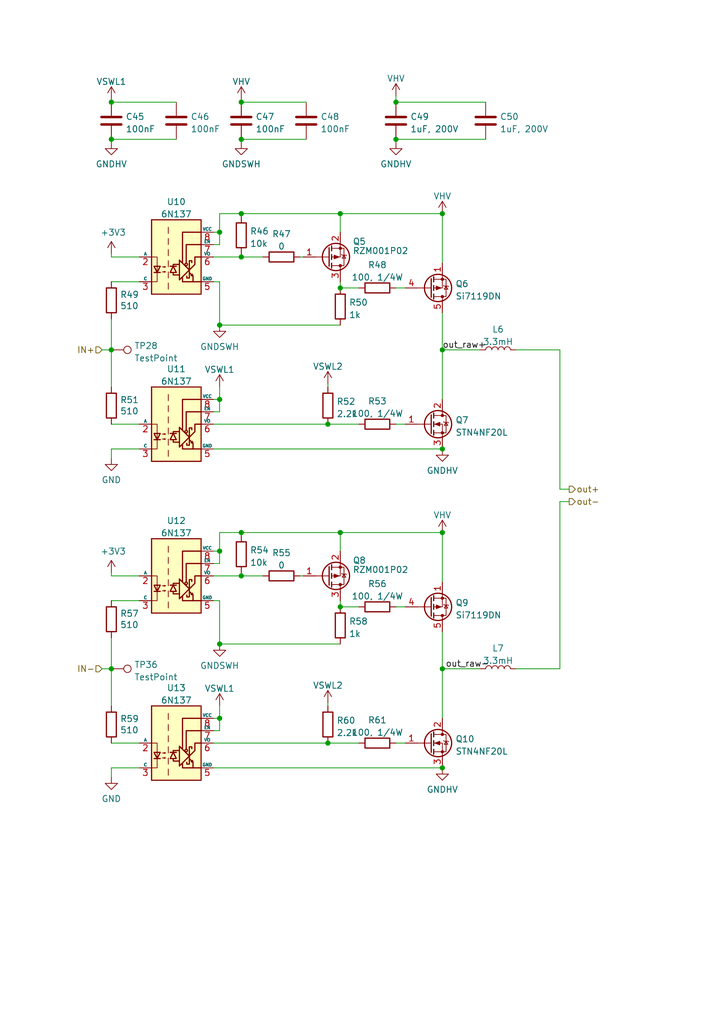
<source format=kicad_sch>
(kicad_sch (version 20230121) (generator eeschema)
  (paper "A5" portrait)
  (title_block (title "EL Controller - Output Channel") (date "2022-04-03") (company "Light By Christian Baldus"))
  (lib_symbols
    (symbol "Connector:TestPoint" (pin_numbers hide) (pin_names (offset 0.762) hide)
      (property "Reference" "TP" (at 0 6.858 0))
      (property "Value" "TestPoint" (at 0 5.08 0))
      (symbol "TestPoint_0_1"
        (circle (center 0 3.302) (radius 0.762))
      )
      (symbol "TestPoint_1_1"
        (pin passive line (at 0 0 90) (length 2.54) (name "1") (number "1"))
      )
    )
    (symbol "Device:C" (pin_numbers hide) (pin_names (offset 0.254))
      (property "Reference" "C" (at 0.635 2.54 0))
      (property "Value" "C" (at 0.635 -2.54 0))
      (symbol "C_0_1"
        (polyline (pts (xy -2.032 -0.762) (xy 2.032 -0.762)) (stroke (width 0.508)))
        (polyline (pts (xy -2.032 0.762) (xy 2.032 0.762)) (stroke (width 0.508)))
      )
      (symbol "C_1_1"
        (pin passive line (at 0 3.81 270) (length 2.794) (name "~") (number "1"))
        (pin passive line (at 0 -3.81 90) (length 2.794) (name "~") (number "2"))
      )
    )
    (symbol "Device:L" (pin_numbers hide) (pin_names (offset 1.016) hide)
      (property "Reference" "L" (at -1.27 0 90))
      (property "Value" "L" (at 1.905 0 90))
      (symbol "L_0_1"
        (arc (start 0 -2.54) (mid 0.6323 -1.905) (end 0 -1.27))
        (arc (start 0 -1.27) (mid 0.6323 -0.635) (end 0 0))
        (arc (start 0 0) (mid 0.6323 0.635) (end 0 1.27))
        (arc (start 0 1.27) (mid 0.6323 1.905) (end 0 2.54))
      )
      (symbol "L_1_1"
        (pin passive line (at 0 3.81 270) (length 1.27) (name "1") (number "1"))
        (pin passive line (at 0 -3.81 90) (length 1.27) (name "2") (number "2"))
      )
    )
    (symbol "Device:Q_PMOS_GSD" (pin_names (offset 0) hide)
      (property "Reference" "Q" (at 5.08 1.27 0))
      (property "Value" "Q_PMOS_GSD" (at 5.08 -1.27 0))
      (symbol "Q_PMOS_GSD_0_1"
        (polyline (pts (xy 0.254 0) (xy -2.54 0)))
        (polyline (pts (xy 0.254 1.905) (xy 0.254 -1.905)) (stroke (width 0.254)))
        (polyline (pts (xy 0.762 -1.27) (xy 0.762 -2.286)) (stroke (width 0.254)))
        (polyline (pts (xy 0.762 0.508) (xy 0.762 -0.508)) (stroke (width 0.254)))
        (polyline (pts (xy 0.762 2.286) (xy 0.762 1.27)) (stroke (width 0.254)))
        (polyline (pts (xy 2.54 2.54) (xy 2.54 1.778)))
        (polyline (pts (xy 2.54 -2.54) (xy 2.54 0) (xy 0.762 0)))
        (polyline (pts (xy 0.762 1.778) (xy 3.302 1.778) (xy 3.302 -1.778) (xy 0.762 -1.778)))
        (polyline (pts (xy 2.286 0) (xy 1.27 0.381) (xy 1.27 -0.381) (xy 2.286 0)) (fill (type outline)))
        (polyline (pts (xy 2.794 -0.508) (xy 2.921 -0.381) (xy 3.683 -0.381) (xy 3.81 -0.254)))
        (polyline (pts (xy 3.302 -0.381) (xy 2.921 0.254) (xy 3.683 0.254) (xy 3.302 -0.381)))
        (circle (center 1.651 0) (radius 2.794) (stroke (width 0.254)))
        (circle (center 2.54 -1.778) (radius 0.254) (fill (type outline)))
        (circle (center 2.54 1.778) (radius 0.254) (fill (type outline)))
      )
      (symbol "Q_PMOS_GSD_1_1"
        (pin input line (at -5.08 0 0) (length 2.54) (name "G") (number "1"))
        (pin passive line (at 2.54 -5.08 90) (length 2.54) (name "S") (number "2"))
        (pin passive line (at 2.54 5.08 270) (length 2.54) (name "D") (number "3"))
      )
    )
    (symbol "Device:R" (pin_numbers hide) (pin_names (offset 0))
      (property "Reference" "R" (at 2.032 0 90))
      (property "Value" "R" (at 0 0 90))
      (symbol "R_0_1"
        (rectangle (start -1.016 -2.54) (end 1.016 2.54) (stroke (width 0.254)))
      )
      (symbol "R_1_1"
        (pin passive line (at 0 3.81 270) (length 1.27) (name "~") (number "1"))
        (pin passive line (at 0 -3.81 90) (length 1.27) (name "~") (number "2"))
      )
    )
    (symbol "Isolator:6N137" (pin_names (offset 0))
      (property "Reference" "U" (at -4.064 8.89 0))
      (property "Value" "6N137" (at 0 -8.89 0))
      (symbol "6N137_0_1"
        (polyline (pts (xy 2.667 -3.556) (xy 2.667 -1.651)) (stroke (width 0.254)))
        (polyline (pts (xy 2.667 -2.159) (xy 2.667 -2.921)) (stroke (width 0.254)))
        (polyline (pts (xy 3.429 -3.937) (xy 3.429 -5.08)) (stroke (width 0.254)))
        (polyline (pts (xy -0.635 -3.302) (xy -0.635 -3.683) (xy 0.635 -3.683)) (stroke (width 0.254)))
        (polyline (pts (xy -0.635 -1.905) (xy -0.635 -1.524) (xy 0.508 -1.524)) (stroke (width 0.254)))
        (polyline (pts (xy 1.27 -4.064) (xy 1.27 -5.08) (xy 5.08 -5.08)) (stroke (width 0.254)))
        (polyline (pts (xy 1.27 -1.27) (xy 1.27 5.08) (xy 5.08 5.08)) (stroke (width 0.254)))
        (polyline (pts (xy 2.032 -1.27) (xy 2.032 2.54) (xy 5.08 2.54)) (stroke (width 0.254)))
        (polyline (pts (xy -5.08 -5.08) (xy -3.937 -5.08) (xy -3.937 0) (xy -5.08 0)))
        (polyline (pts (xy 2.667 -3.302) (xy 2.667 -4.318) (xy 2.159 -4.318) (xy 2.159 -3.937)) (stroke (width 0.254)))
        (polyline (pts (xy 2.667 -2.667) (xy 0.635 -4.699) (xy 0.635 -0.635) (xy 2.667 -2.667)) (stroke (width 0.254)))
        (polyline (pts (xy 2.667 -1.778) (xy 2.667 -0.762) (xy 3.175 -0.762) (xy 3.175 -1.143)) (stroke (width 0.254)))
        (polyline (pts (xy 2.794 -2.54) (xy 3.81 -1.524) (xy 3.81 0) (xy 5.08 0)) (stroke (width 0.254)))
        (polyline (pts (xy 2.667 -3.175) (xy 3.429 -3.937) (xy 3.302 -3.556) (xy 3.048 -3.81) (xy 3.429 -3.937)) (stroke (width 0.254)))
        (circle (center 2.032 -1.524) (radius 0.254) (stroke (width 0.254)))
      )
      (symbol "6N137_1_1"
        (rectangle (start -5.08 7.62) (end 5.08 -7.62) (stroke (width 0.254)) (fill (type background)))
        (polyline (pts (xy -4.572 -3.175) (xy -3.302 -3.175)) (stroke (width 0.254)))
        (polyline (pts (xy -1.651 -5.334) (xy -1.651 -6.604)))
        (polyline (pts (xy -1.651 -3.048) (xy -1.651 -4.318)))
        (polyline (pts (xy -1.651 -0.762) (xy -1.651 -2.032)))
        (polyline (pts (xy -1.651 1.524) (xy -1.651 0.254)))
        (polyline (pts (xy -1.651 3.81) (xy -1.651 2.54)))
        (polyline (pts (xy -1.651 6.096) (xy -1.651 4.826)))
        (polyline (pts (xy -1.27 -1.905) (xy 0 -1.905)) (stroke (width 0.254)))
        (polyline (pts (xy -3.937 -3.175) (xy -4.572 -1.905) (xy -3.302 -1.905) (xy -3.937 -3.175)) (stroke (width 0.254)))
        (polyline (pts (xy -0.635 -1.905) (xy -1.27 -3.175) (xy 0 -3.175) (xy -0.635 -1.905)) (stroke (width 0.254)))
        (polyline (pts (xy -2.921 -3.048) (xy -2.159 -3.048) (xy -2.54 -3.175) (xy -2.54 -2.921) (xy -2.159 -3.048)) (stroke (width 0.127)))
        (polyline (pts (xy -2.921 -2.032) (xy -2.159 -2.032) (xy -2.54 -2.159) (xy -2.54 -1.905) (xy -2.159 -2.032)) (stroke (width 0.127)))
        (pin no_connect line (at -5.08 5.08 0) (length 2.54) hide (name "NC") (number "1"))
        (pin passive line (at -7.62 0 0) (length 2.54) (name "A") (number "2"))
        (pin passive line (at -7.62 -5.08 0) (length 2.54) (name "C") (number "3"))
        (pin power_in line (at 7.62 -5.08 180) (length 2.54) (name "GND") (number "5"))
        (pin open_collector line (at 7.62 0 180) (length 2.54) (name "VO") (number "6"))
        (pin input line (at 7.62 2.54 180) (length 2.54) (name "EN") (number "7"))
        (pin power_in line (at 7.62 5.08 180) (length 2.54) (name "VCC") (number "8"))
      )
    )
    (symbol "el_components:GNDHV" (power) (pin_names (offset 0))
      (property "Value" "GNDHV" (at 0 -3.81 0))
      (symbol "GNDHV_0_1"
        (polyline (pts (xy 0 0) (xy 0 -1.27) (xy 1.27 -1.27) (xy 0 -2.54) (xy -1.27 -1.27) (xy 0 -1.27)))
      )
      (symbol "GNDHV_1_1"
        (pin power_in line (at 0 0 270) (length 0) hide (name "GNDHV") (number "1"))
      )
    )
    (symbol "el_components:GNDSWH" (power) (pin_names (offset 0))
      (property "Value" "GNDSWH" (at 0 -3.81 0))
      (symbol "GNDSWH_0_1"
        (polyline (pts (xy 0 0) (xy 0 -1.27) (xy 1.27 -1.27) (xy 0 -2.54) (xy -1.27 -1.27) (xy 0 -1.27)))
      )
      (symbol "GNDSWH_1_1"
        (pin power_in line (at 0 0 270) (length 0) hide (name "GNDSWH") (number "1"))
      )
    )
    (symbol "el_components:STN4NF20L" (pin_names (offset 0) hide)
      (property "Reference" "Q" (at 5.08 1.27 0))
      (property "Value" "STN4NF20L" (at 5.08 -1.27 0))
      (symbol "STN4NF20L_0_1"
        (polyline (pts (xy 0.254 0) (xy -2.54 0)))
        (polyline (pts (xy 0.254 1.905) (xy 0.254 -1.905)) (stroke (width 0.254)))
        (polyline (pts (xy 0.762 -1.27) (xy 0.762 -2.286)) (stroke (width 0.254)))
        (polyline (pts (xy 0.762 0.508) (xy 0.762 -0.508)) (stroke (width 0.254)))
        (polyline (pts (xy 0.762 2.286) (xy 0.762 1.27)) (stroke (width 0.254)))
        (polyline (pts (xy 2.54 2.54) (xy 2.54 1.778)))
        (polyline (pts (xy 2.54 -2.54) (xy 2.54 0) (xy 0.762 0)))
        (polyline (pts (xy 0.762 -1.778) (xy 3.302 -1.778) (xy 3.302 1.778) (xy 0.762 1.778)))
        (polyline (pts (xy 1.016 0) (xy 2.032 0.381) (xy 2.032 -0.381) (xy 1.016 0)) (fill (type outline)))
        (polyline (pts (xy 2.794 0.508) (xy 2.921 0.381) (xy 3.683 0.381) (xy 3.81 0.254)))
        (polyline (pts (xy 3.302 0.381) (xy 2.921 -0.254) (xy 3.683 -0.254) (xy 3.302 0.381)))
        (circle (center 1.651 0) (radius 2.794) (stroke (width 0.254)))
        (circle (center 2.54 -1.778) (radius 0.254) (fill (type outline)))
        (circle (center 2.54 1.778) (radius 0.254) (fill (type outline)))
      )
      (symbol "STN4NF20L_1_1"
        (pin input line (at -5.08 0 0) (length 2.54) (name "G") (number "1"))
        (pin passive line (at 2.54 5.08 270) (length 2.54) (name "D") (number "2"))
        (pin passive line (at 2.54 -5.08 90) (length 2.54) (name "S") (number "3"))
      )
    )
    (symbol "el_components:Si7119DN" (pin_names (offset 0) hide)
      (property "Reference" "Q" (at 5.08 1.27 0))
      (symbol "Si7119DN_0_0"
        (pin input line (at -5.08 0 0) (length 2.54) (name "G") (number "4"))
        (pin passive line (at 2.54 5.08 270) (length 2.54) (name "D") (number "5"))
      )
      (symbol "Si7119DN_0_1"
        (polyline (pts (xy 0.254 0) (xy -2.54 0)))
        (polyline (pts (xy 0.254 1.905) (xy 0.254 -1.905)) (stroke (width 0.254)))
        (polyline (pts (xy 0.762 -1.27) (xy 0.762 -2.286)) (stroke (width 0.254)))
        (polyline (pts (xy 0.762 0.508) (xy 0.762 -0.508)) (stroke (width 0.254)))
        (polyline (pts (xy 0.762 2.286) (xy 0.762 1.27)) (stroke (width 0.254)))
        (polyline (pts (xy 2.54 2.54) (xy 2.54 1.778)))
        (polyline (pts (xy 2.54 -2.54) (xy 2.54 0) (xy 0.762 0)))
        (polyline (pts (xy 0.762 1.778) (xy 3.302 1.778) (xy 3.302 -1.778) (xy 0.762 -1.778)))
        (polyline (pts (xy 2.286 0) (xy 1.27 0.381) (xy 1.27 -0.381) (xy 2.286 0)) (fill (type outline)))
        (polyline (pts (xy 2.794 -0.508) (xy 2.921 -0.381) (xy 3.683 -0.381) (xy 3.81 -0.254)))
        (polyline (pts (xy 3.302 -0.381) (xy 2.921 0.254) (xy 3.683 0.254) (xy 3.302 -0.381)))
        (circle (center 1.651 0) (radius 2.794) (stroke (width 0.254)))
        (circle (center 2.54 -1.778) (radius 0.254) (fill (type outline)))
        (circle (center 2.54 1.778) (radius 0.254) (fill (type outline)))
      )
      (symbol "Si7119DN_1_1"
        (pin passive line (at 2.54 -5.08 90) (length 2.54) (name "S") (number "1"))
        (pin passive line (at 2.54 -5.08 90) (length 2.54) hide (name "S") (number "2"))
        (pin passive line (at 2.54 -5.08 90) (length 2.54) hide (name "S") (number "3"))
      )
    )
    (symbol "el_components:VHV" (power) (pin_names (offset 0))
      (property "Value" "VHV" (at 0 3.81 0))
      (symbol "VHV_0_1"
        (polyline (pts (xy -0.762 1.27) (xy 0 2.54)))
        (polyline (pts (xy 0 0) (xy 0 2.54)))
        (polyline (pts (xy 0 2.54) (xy 0.762 1.27)))
      )
      (symbol "VHV_1_1"
        (pin power_in line (at 0 0 90) (length 0) hide (name "VHV") (number "1"))
      )
    )
    (symbol "el_components:VSWL1" (power) (pin_names (offset 0))
      (property "Value" "VSWL1" (at 0 3.81 0))
      (symbol "VSWL1_0_1"
        (polyline (pts (xy -0.762 1.27) (xy 0 2.54)))
        (polyline (pts (xy 0 0) (xy 0 2.54)))
        (polyline (pts (xy 0 2.54) (xy 0.762 1.27)))
      )
      (symbol "VSWL1_1_1"
        (pin power_in line (at 0 0 90) (length 0) hide (name "VSWL1") (number "1"))
      )
    )
    (symbol "el_components:VSWL2" (power) (pin_names (offset 0))
      (property "Value" "VSWL2" (at 0 3.81 0))
      (symbol "VSWL2_0_1"
        (polyline (pts (xy -0.762 1.27) (xy 0 2.54)))
        (polyline (pts (xy 0 0) (xy 0 2.54)))
        (polyline (pts (xy 0 2.54) (xy 0.762 1.27)))
      )
      (symbol "VSWL2_1_1"
        (pin power_in line (at 0 0 90) (length 0) hide (name "VSWL2") (number "1"))
      )
    )
    (symbol "power:+3V3" (power) (pin_names (offset 0))
      (property "Value" "+3V3" (at 0 3.556 0))
      (symbol "+3V3_0_1"
        (polyline (pts (xy -0.762 1.27) (xy 0 2.54)))
        (polyline (pts (xy 0 0) (xy 0 2.54)))
        (polyline (pts (xy 0 2.54) (xy 0.762 1.27)))
      )
      (symbol "+3V3_1_1"
        (pin power_in line (at 0 0 90) (length 0) hide (name "+3V3") (number "1"))
      )
    )
    (symbol "power:GND" (power) (pin_names (offset 0))
      (property "Value" "GND" (at 0 -3.81 0))
      (symbol "GND_0_1"
        (polyline (pts (xy 0 0) (xy 0 -1.27) (xy 1.27 -1.27) (xy 0 -2.54) (xy -1.27 -1.27) (xy 0 -1.27)))
      )
      (symbol "GND_1_1"
        (pin power_in line (at 0 0 270) (length 0) hide (name "GND") (number "1"))
      )
    )
  )
  (junction (at 22.86 28.575))
  (junction (at 22.86 20.955))
  (junction (at 49.53 118.11))
  (junction (at 49.53 43.815))
  (junction (at 49.53 20.955))
  (junction (at 69.85 59.055))
  (junction (at 90.805 109.22))
  (junction (at 22.86 137.16))
  (junction (at 49.53 28.575))
  (junction (at 67.31 152.4))
  (junction (at 22.86 71.755))
  (junction (at 45.085 113.03))
  (junction (at 90.805 43.815))
  (junction (at 45.085 132.08))
  (junction (at 49.53 109.22))
  (junction (at 81.28 28.575))
  (junction (at 45.085 147.32))
  (junction (at 69.85 43.815))
  (junction (at 69.85 109.22))
  (junction (at 45.085 81.915))
  (junction (at 69.85 124.46))
  (junction (at 90.805 71.755))
  (junction (at 45.085 47.625))
  (junction (at 81.28 20.955))
  (junction (at 90.805 92.075))
  (junction (at 49.53 52.705))
  (junction (at 45.085 66.675))
  (junction (at 90.805 157.48))
  (junction (at 90.805 137.16))
  (junction (at 67.31 86.995))
  (wire (pts (xy 49.53 43.815) (xy 49.53 44.45)))
  (wire (pts (xy 67.31 144.145) (xy 67.31 144.78)))
  (wire (pts (xy 43.815 115.57) (xy 45.085 115.57)))
  (wire (pts (xy 81.28 152.4) (xy 83.185 152.4)))
  (wire (pts (xy 69.85 123.19) (xy 69.85 124.46)))
  (wire (pts (xy 22.86 52.705) (xy 28.575 52.705)))
  (wire (pts (xy 114.935 102.87) (xy 114.935 137.16)))
  (wire (pts (xy 90.805 137.16) (xy 90.805 147.32)))
  (wire (pts (xy 20.955 137.16) (xy 22.86 137.16)))
  (wire (pts (xy 49.53 28.575) (xy 49.53 29.21)))
  (wire (pts (xy 43.815 57.785) (xy 45.085 57.785)))
  (wire (pts (xy 22.86 57.785) (xy 28.575 57.785)))
  (wire (pts (xy 49.53 109.22) (xy 69.85 109.22)))
  (wire (pts (xy 45.085 149.86) (xy 45.085 147.32)))
  (wire (pts (xy 49.53 109.22) (xy 49.53 109.855)))
  (wire (pts (xy 67.31 152.4) (xy 73.66 152.4)))
  (wire (pts (xy 43.815 47.625) (xy 45.085 47.625)))
  (wire (pts (xy 22.86 28.575) (xy 22.86 29.21)))
  (wire (pts (xy 22.86 65.405) (xy 22.86 71.755)))
  (wire (pts (xy 45.085 79.375) (xy 45.085 81.915)))
  (wire (pts (xy 106.045 137.16) (xy 114.935 137.16)))
  (wire (pts (xy 22.86 20.955) (xy 22.86 20.32)))
  (wire (pts (xy 22.86 86.995) (xy 28.575 86.995)))
  (wire (pts (xy 22.86 117.475) (xy 22.86 118.11)))
  (wire (pts (xy 22.86 92.075) (xy 22.86 93.98)))
  (wire (pts (xy 36.195 28.575) (xy 22.86 28.575)))
  (wire (pts (xy 114.935 102.87) (xy 116.84 102.87)))
  (wire (pts (xy 28.575 157.48) (xy 22.86 157.48)))
  (wire (pts (xy 81.28 28.575) (xy 81.28 29.21)))
  (wire (pts (xy 43.815 50.165) (xy 45.085 50.165)))
  (wire (pts (xy 43.815 147.32) (xy 45.085 147.32)))
  (wire (pts (xy 45.085 109.22) (xy 49.53 109.22)))
  (wire (pts (xy 49.53 20.955) (xy 49.53 20.32)))
  (wire (pts (xy 45.085 144.78) (xy 45.085 147.32)))
  (wire (pts (xy 49.53 52.705) (xy 53.975 52.705)))
  (wire (pts (xy 45.085 109.22) (xy 45.085 113.03)))
  (wire (pts (xy 90.805 71.755) (xy 98.425 71.755)))
  (wire (pts (xy 45.085 47.625) (xy 45.085 50.165)))
  (wire (pts (xy 81.28 86.995) (xy 83.185 86.995)))
  (wire (pts (xy 81.28 59.055) (xy 83.185 59.055)))
  (wire (pts (xy 43.815 123.19) (xy 45.085 123.19)))
  (wire (pts (xy 73.66 59.055) (xy 69.85 59.055)))
  (wire (pts (xy 43.815 92.075) (xy 90.805 92.075)))
  (wire (pts (xy 61.595 52.705) (xy 62.23 52.705)))
  (wire (pts (xy 43.815 118.11) (xy 49.53 118.11)))
  (wire (pts (xy 61.595 118.11) (xy 62.23 118.11)))
  (wire (pts (xy 90.805 64.135) (xy 90.805 71.755)))
  (wire (pts (xy 81.28 19.685) (xy 81.28 20.955)))
  (wire (pts (xy 43.815 84.455) (xy 45.085 84.455)))
  (wire (pts (xy 43.815 113.03) (xy 45.085 113.03)))
  (wire (pts (xy 81.28 20.955) (xy 99.695 20.955)))
  (wire (pts (xy 45.085 113.03) (xy 45.085 115.57)))
  (wire (pts (xy 90.805 137.16) (xy 98.425 137.16)))
  (wire (pts (xy 69.85 43.815) (xy 69.85 47.625)))
  (wire (pts (xy 90.805 43.815) (xy 90.805 53.975)))
  (wire (pts (xy 90.805 71.755) (xy 90.805 81.915)))
  (wire (pts (xy 62.865 20.955) (xy 49.53 20.955)))
  (wire (pts (xy 22.86 152.4) (xy 28.575 152.4)))
  (wire (pts (xy 45.085 43.815) (xy 49.53 43.815)))
  (wire (pts (xy 90.805 43.815) (xy 69.85 43.815)))
  (wire (pts (xy 73.66 124.46) (xy 69.85 124.46)))
  (wire (pts (xy 90.805 129.54) (xy 90.805 137.16)))
  (wire (pts (xy 43.815 152.4) (xy 67.31 152.4)))
  (wire (pts (xy 81.28 28.575) (xy 99.695 28.575)))
  (wire (pts (xy 36.195 20.955) (xy 22.86 20.955)))
  (wire (pts (xy 22.86 71.755) (xy 22.86 79.375)))
  (wire (pts (xy 69.85 57.785) (xy 69.85 59.055)))
  (wire (pts (xy 22.86 137.16) (xy 22.86 144.78)))
  (wire (pts (xy 22.86 52.07) (xy 22.86 52.705)))
  (wire (pts (xy 49.53 117.475) (xy 49.53 118.11)))
  (wire (pts (xy 45.085 123.19) (xy 45.085 132.08)))
  (wire (pts (xy 49.53 118.11) (xy 53.975 118.11)))
  (wire (pts (xy 28.575 92.075) (xy 22.86 92.075)))
  (wire (pts (xy 49.53 52.07) (xy 49.53 52.705)))
  (wire (pts (xy 49.53 43.815) (xy 69.85 43.815)))
  (wire (pts (xy 20.955 71.755) (xy 22.86 71.755)))
  (wire (pts (xy 22.86 130.81) (xy 22.86 137.16)))
  (wire (pts (xy 22.86 123.19) (xy 28.575 123.19)))
  (wire (pts (xy 45.085 43.815) (xy 45.085 47.625)))
  (wire (pts (xy 90.805 109.22) (xy 90.805 119.38)))
  (wire (pts (xy 114.935 100.33) (xy 116.84 100.33)))
  (wire (pts (xy 62.865 28.575) (xy 49.53 28.575)))
  (wire (pts (xy 67.31 86.995) (xy 73.66 86.995)))
  (wire (pts (xy 22.86 118.11) (xy 28.575 118.11)))
  (wire (pts (xy 43.815 157.48) (xy 90.805 157.48)))
  (wire (pts (xy 43.815 149.86) (xy 45.085 149.86)))
  (wire (pts (xy 45.085 84.455) (xy 45.085 81.915)))
  (wire (pts (xy 106.045 71.755) (xy 114.935 71.755)))
  (wire (pts (xy 45.085 66.675) (xy 69.85 66.675)))
  (wire (pts (xy 90.805 109.22) (xy 69.85 109.22)))
  (wire (pts (xy 22.86 157.48) (xy 22.86 159.385)))
  (wire (pts (xy 81.28 124.46) (xy 83.185 124.46)))
  (wire (pts (xy 43.815 86.995) (xy 67.31 86.995)))
  (wire (pts (xy 45.085 132.08) (xy 69.85 132.08)))
  (wire (pts (xy 43.815 81.915) (xy 45.085 81.915)))
  (wire (pts (xy 45.085 57.785) (xy 45.085 66.675)))
  (wire (pts (xy 67.31 78.74) (xy 67.31 79.375)))
  (wire (pts (xy 43.815 52.705) (xy 49.53 52.705)))
  (wire (pts (xy 69.85 109.22) (xy 69.85 113.03)))
  (wire (pts (xy 114.935 100.33) (xy 114.935 71.755)))
  (label "out_raw-" (at 91.44 137.16 0))
  (label "out_raw+" (at 90.805 71.755 0))
  (hierarchical_label "IN-" (shape input) (at 20.955 137.16 180))
  (hierarchical_label "IN+" (shape input) (at 20.955 71.755 180))
  (hierarchical_label "out+" (shape output) (at 116.84 100.33 0))
  (hierarchical_label "out-" (shape output) (at 116.84 102.87 0))
  (symbol (lib_id "power:GND") (at 22.86 93.98 0) (unit 1)
    (property "Reference" "#PWR0105" (effects hide))
    (property "Value" "GND" (at 22.86 98.4234 0))
    (instances (project "ELController" (path "" (reference "#PWR0105") (unit 1)) (path "" (reference "#PWR0125") (unit 1)) (path "" (reference "#PWR0145") (unit 1)) (path "" (reference "#PWR0165") (unit 1)) (path "" (reference "#PWR0185") (unit 1)) (path "" (reference "#PWR0205") (unit 1)) (path "" (reference "#PWR0225") (unit 1)) (path "" (reference "#PWR0245") (unit 1))))
  )
  (symbol (lib_id "el_components:GNDHV") (at 22.86 29.21 0) (unit 1)
    (property "Reference" "#PWR096" (effects hide))
    (property "Value" "GNDHV" (at 22.86 33.6534 0))
    (instances (project "ELController" (path "" (reference "#PWR096") (unit 1)) (path "" (reference "#PWR0116") (unit 1)) (path "" (reference "#PWR0136") (unit 1)) (path "" (reference "#PWR0156") (unit 1)) (path "" (reference "#PWR0176") (unit 1)) (path "" (reference "#PWR0196") (unit 1)) (path "" (reference "#PWR0216") (unit 1)) (path "" (reference "#PWR0236") (unit 1))))
  )
  (symbol (lib_id "power:GND") (at 22.86 159.385 0) (unit 1)
    (property "Reference" "#PWR0112" (effects hide))
    (property "Value" "GND" (at 22.86 163.8284 0))
    (instances (project "ELController" (path "" (reference "#PWR0112") (unit 1)) (path "" (reference "#PWR0132") (unit 1)) (path "" (reference "#PWR0152") (unit 1)) (path "" (reference "#PWR0172") (unit 1)) (path "" (reference "#PWR0192") (unit 1)) (path "" (reference "#PWR0212") (unit 1)) (path "" (reference "#PWR0232") (unit 1)) (path "" (reference "#PWR0252") (unit 1))))
  )
  (symbol (lib_id "Device:R") (at 22.86 148.59 180) (unit 1)
    (property "Reference" "R59" (at 24.638 147.4216 0) (effects (justify right)))
    (property "Value" "510" (at 24.638 149.733 0) (effects (justify right)))
    (property "Footprint" "Resistor_SMD:R_0603_1608Metric" (effects hide))
    (instances (project "ELController" (path "" (reference "R59") (unit 1)) (path "" (reference "R75") (unit 1)) (path "" (reference "R91") (unit 1)) (path "" (reference "R107") (unit 1)) (path "" (reference "R123") (unit 1)) (path "" (reference "R139") (unit 1)) (path "" (reference "R155") (unit 1)) (path "" (reference "R171") (unit 1))))
  )
  (symbol (lib_id "el_components:GNDSWH") (at 45.085 132.08 0) (unit 1)
    (property "Reference" "#PWR0108" (effects hide))
    (property "Value" "GNDSWH" (at 45.085 136.5234 0))
    (instances (project "ELController" (path "" (reference "#PWR0108") (unit 1)) (path "" (reference "#PWR0128") (unit 1)) (path "" (reference "#PWR0148") (unit 1)) (path "" (reference "#PWR0168") (unit 1)) (path "" (reference "#PWR0188") (unit 1)) (path "" (reference "#PWR0208") (unit 1)) (path "" (reference "#PWR0228") (unit 1)) (path "" (reference "#PWR0248") (unit 1))))
  )
  (symbol (lib_id "el_components:VHV") (at 49.53 20.32 0) (unit 1)
    (property "Reference" "#PWR095" (effects hide))
    (property "Value" "VHV" (at 49.53 16.7442 0))
    (instances (project "ELController" (path "" (reference "#PWR095") (unit 1)) (path "" (reference "#PWR0115") (unit 1)) (path "" (reference "#PWR0135") (unit 1)) (path "" (reference "#PWR0155") (unit 1)) (path "" (reference "#PWR0175") (unit 1)) (path "" (reference "#PWR0195") (unit 1)) (path "" (reference "#PWR0215") (unit 1)) (path "" (reference "#PWR0235") (unit 1))))
  )
  (symbol (lib_id "Device:R") (at 69.85 62.865 0) (unit 1)
    (property "Reference" "R50" (at 71.628 62.0303 0) (effects (justify left)))
    (property "Value" "1k" (at 71.628 64.5672 0) (effects (justify left)))
    (property "Footprint" "Resistor_SMD:R_0603_1608Metric" (effects hide))
    (instances (project "ELController" (path "" (reference "R50") (unit 1)) (path "" (reference "R66") (unit 1)) (path "" (reference "R82") (unit 1)) (path "" (reference "R98") (unit 1)) (path "" (reference "R114") (unit 1)) (path "" (reference "R130") (unit 1)) (path "" (reference "R146") (unit 1)) (path "" (reference "R162") (unit 1))))
  )
  (symbol (lib_id "Device:C") (at 36.195 24.765 0) (unit 1)
    (property "Reference" "C46" (at 39.116 23.9303 0) (effects (justify left)))
    (property "Value" "100nF" (at 39.116 26.4672 0) (effects (justify left)))
    (property "Footprint" "Capacitor_SMD:C_0603_1608Metric" (effects hide))
    (instances (project "ELController" (path "" (reference "C46") (unit 1)) (path "" (reference "C52") (unit 1)) (path "" (reference "C58") (unit 1)) (path "" (reference "C64") (unit 1)) (path "" (reference "C70") (unit 1)) (path "" (reference "C76") (unit 1)) (path "" (reference "C82") (unit 1)) (path "" (reference "C88") (unit 1))))
  )
  (symbol (lib_id "Device:R") (at 77.47 152.4 90) (unit 1)
    (property "Reference" "R61" (at 77.47 147.6842 90))
    (property "Value" "100, 1/4W" (at 77.47 150.2211 90))
    (property "Footprint" "Resistor_SMD:R_0805_2012Metric" (effects hide))
    (instances (project "ELController" (path "" (reference "R61") (unit 1)) (path "" (reference "R77") (unit 1)) (path "" (reference "R93") (unit 1)) (path "" (reference "R109") (unit 1)) (path "" (reference "R125") (unit 1)) (path "" (reference "R141") (unit 1)) (path "" (reference "R157") (unit 1)) (path "" (reference "R173") (unit 1))))
  )
  (symbol (lib_id "Device:Q_PMOS_GSD") (at 67.31 52.705 0) (mirror x) (unit 1)
    (property "Reference" "Q5" (at 72.39 49.53 0) (effects (justify left)))
    (property "Value" "RZM001P02" (at 72.39 51.435 0) (effects (justify left)))
    (property "Footprint" "EL-footprints:SOT-723_Rohm" (effects hide))
    (instances (project "ELController" (path "" (reference "Q5") (unit 1)) (path "" (reference "Q11") (unit 1)) (path "" (reference "Q17") (unit 1)) (path "" (reference "Q23") (unit 1)) (path "" (reference "Q29") (unit 1)) (path "" (reference "Q35") (unit 1)) (path "" (reference "Q41") (unit 1)) (path "" (reference "Q47") (unit 1))))
  )
  (symbol (lib_id "Device:L") (at 102.235 71.755 90) (unit 1)
    (property "Reference" "L6" (at 102.235 67.5472 90))
    (property "Value" "3.3mH" (at 102.235 70.0841 90))
    (property "Footprint" "EL-footprints:L_Radial_D13.5mm_P5.00mm" (effects hide))
    (instances (project "ELController" (path "" (reference "L6") (unit 1)) (path "" (reference "L8") (unit 1)) (path "" (reference "L10") (unit 1)) (path "" (reference "L12") (unit 1)) (path "" (reference "L14") (unit 1)) (path "" (reference "L16") (unit 1)) (path "" (reference "L18") (unit 1)) (path "" (reference "L20") (unit 1))))
  )
  (symbol (lib_id "power:+3V3") (at 22.86 52.07 0) (unit 1)
    (property "Reference" "#PWR0100" (effects hide))
    (property "Value" "+3V3" (at 23.241 47.6758 0))
    (instances (project "ELController" (path "" (reference "#PWR0100") (unit 1)) (path "" (reference "#PWR0120") (unit 1)) (path "" (reference "#PWR0140") (unit 1)) (path "" (reference "#PWR0160") (unit 1)) (path "" (reference "#PWR0180") (unit 1)) (path "" (reference "#PWR0200") (unit 1)) (path "" (reference "#PWR0220") (unit 1)) (path "" (reference "#PWR0240") (unit 1))))
  )
  (symbol (lib_id "el_components:STN4NF20L") (at 88.265 86.995 0) (unit 1)
    (property "Reference" "Q7" (at 93.472 86.1603 0) (effects (justify left)))
    (property "Value" "STN4NF20L" (at 93.472 88.6972 0) (effects (justify left)))
    (property "Footprint" "Package_TO_SOT_SMD:SOT-223-3_TabPin2" (effects hide))
    (property "Datasheet" "https://www.mouser.de/datasheet/2/389/cd00272247-1797117.pdf" (effects hide))
    (instances (project "ELController" (path "" (reference "Q7") (unit 1)) (path "" (reference "Q13") (unit 1)) (path "" (reference "Q19") (unit 1)) (path "" (reference "Q25") (unit 1)) (path "" (reference "Q31") (unit 1)) (path "" (reference "Q37") (unit 1)) (path "" (reference "Q43") (unit 1)) (path "" (reference "Q49") (unit 1))))
  )
  (symbol (lib_id "el_components:VHV") (at 81.28 19.685 0) (unit 1)
    (property "Reference" "#PWR093" (effects hide))
    (property "Value" "VHV" (at 81.28 16.1092 0))
    (instances (project "ELController" (path "" (reference "#PWR093") (unit 1)) (path "" (reference "#PWR0113") (unit 1)) (path "" (reference "#PWR0133") (unit 1)) (path "" (reference "#PWR0153") (unit 1)) (path "" (reference "#PWR0173") (unit 1)) (path "" (reference "#PWR0193") (unit 1)) (path "" (reference "#PWR0213") (unit 1)) (path "" (reference "#PWR0233") (unit 1))))
  )
  (symbol (lib_id "Connector:TestPoint") (at 22.86 137.16 270) (unit 1)
    (property "Reference" "TP36" (at 27.559 136.3253 90) (effects (justify left)))
    (property "Value" "TestPoint" (at 27.559 138.8622 90) (effects (justify left)))
    (property "Footprint" "EL-footprints:TestPoint_THTPad_D2.0mm_Drill1.0mm" (effects hide))
    (instances (project "ELController" (path "" (reference "TP36") (unit 1)) (path "" (reference "TP52") (unit 1)) (path "" (reference "TP68") (unit 1)) (path "" (reference "TP84") (unit 1)) (path "" (reference "TP100") (unit 1)) (path "" (reference "TP116") (unit 1)) (path "" (reference "TP132") (unit 1)) (path "" (reference "TP148") (unit 1))))
  )
  (symbol (lib_id "el_components:STN4NF20L") (at 88.265 152.4 0) (unit 1)
    (property "Reference" "Q10" (at 93.472 151.5653 0) (effects (justify left)))
    (property "Value" "STN4NF20L" (at 93.472 154.1022 0) (effects (justify left)))
    (property "Footprint" "Package_TO_SOT_SMD:SOT-223-3_TabPin2" (effects hide))
    (property "Datasheet" "https://www.mouser.de/datasheet/2/389/cd00272247-1797117.pdf" (effects hide))
    (instances (project "ELController" (path "" (reference "Q10") (unit 1)) (path "" (reference "Q16") (unit 1)) (path "" (reference "Q22") (unit 1)) (path "" (reference "Q28") (unit 1)) (path "" (reference "Q34") (unit 1)) (path "" (reference "Q40") (unit 1)) (path "" (reference "Q46") (unit 1)) (path "" (reference "Q52") (unit 1))))
  )
  (symbol (lib_id "el_components:GNDHV") (at 81.28 29.21 0) (unit 1)
    (property "Reference" "#PWR098" (effects hide))
    (property "Value" "GNDHV" (at 81.28 33.6534 0))
    (instances (project "ELController" (path "" (reference "#PWR098") (unit 1)) (path "" (reference "#PWR0118") (unit 1)) (path "" (reference "#PWR0138") (unit 1)) (path "" (reference "#PWR0158") (unit 1)) (path "" (reference "#PWR0178") (unit 1)) (path "" (reference "#PWR0198") (unit 1)) (path "" (reference "#PWR0218") (unit 1)) (path "" (reference "#PWR0238") (unit 1))))
  )
  (symbol (lib_id "Isolator:6N137") (at 36.195 118.11 0) (unit 1)
    (property "Reference" "U12" (at 36.195 106.7902 0))
    (property "Value" "6N137" (at 36.195 109.3271 0))
    (property "Footprint" "EL-footprints:PDIP-8_W10.16mm" (effects hide))
    (property "Datasheet" "https://docs.broadcom.com/docs/AV02-0940EN" (effects hide))
    (instances (project "ELController" (path "" (reference "U12") (unit 1)) (path "" (reference "U16") (unit 1)) (path "" (reference "U20") (unit 1)) (path "" (reference "U24") (unit 1)) (path "" (reference "U28") (unit 1)) (path "" (reference "U32") (unit 1)) (path "" (reference "U36") (unit 1)) (path "" (reference "U40") (unit 1))))
  )
  (symbol (lib_id "Device:R") (at 67.31 148.59 0) (unit 1)
    (property "Reference" "R60" (at 69.088 147.7553 0) (effects (justify left)))
    (property "Value" "2.2k" (at 69.088 150.2922 0) (effects (justify left)))
    (property "Footprint" "Resistor_SMD:R_0603_1608Metric" (effects hide))
    (instances (project "ELController" (path "" (reference "R60") (unit 1)) (path "" (reference "R76") (unit 1)) (path "" (reference "R92") (unit 1)) (path "" (reference "R108") (unit 1)) (path "" (reference "R124") (unit 1)) (path "" (reference "R140") (unit 1)) (path "" (reference "R156") (unit 1)) (path "" (reference "R172") (unit 1))))
  )
  (symbol (lib_id "el_components:GNDHV") (at 90.805 157.48 0) (unit 1)
    (property "Reference" "#PWR0111" (effects hide))
    (property "Value" "GNDHV" (at 90.805 161.9234 0))
    (instances (project "ELController" (path "" (reference "#PWR0111") (unit 1)) (path "" (reference "#PWR0131") (unit 1)) (path "" (reference "#PWR0151") (unit 1)) (path "" (reference "#PWR0171") (unit 1)) (path "" (reference "#PWR0191") (unit 1)) (path "" (reference "#PWR0211") (unit 1)) (path "" (reference "#PWR0231") (unit 1)) (path "" (reference "#PWR0251") (unit 1))))
  )
  (symbol (lib_id "el_components:Si7119DN") (at 88.265 59.055 0) (mirror x) (unit 1)
    (property "Reference" "Q6" (at 93.472 58.2203 0) (effects (justify left)))
    (property "Value" "Si7119DN" (at 93.472 60.7572 0) (effects (justify left)))
    (property "Footprint" "EL-footprints:Vishay_PowerPAK_1212-8_Single" (effects hide))
    (property "Datasheet" "https://www.mouser.de/datasheet/2/427/VISH_S_A0001142067_1-2567136.pdf" (effects hide))
    (instances (project "ELController" (path "" (reference "Q6") (unit 1)) (path "" (reference "Q12") (unit 1)) (path "" (reference "Q18") (unit 1)) (path "" (reference "Q24") (unit 1)) (path "" (reference "Q30") (unit 1)) (path "" (reference "Q36") (unit 1)) (path "" (reference "Q42") (unit 1)) (path "" (reference "Q48") (unit 1))))
  )
  (symbol (lib_id "Device:R") (at 77.47 59.055 90) (unit 1)
    (property "Reference" "R48" (at 77.47 54.3392 90))
    (property "Value" "100, 1/4W" (at 77.47 56.8761 90))
    (property "Footprint" "Resistor_SMD:R_0805_2012Metric" (effects hide))
    (instances (project "ELController" (path "" (reference "R48") (unit 1)) (path "" (reference "R64") (unit 1)) (path "" (reference "R80") (unit 1)) (path "" (reference "R96") (unit 1)) (path "" (reference "R112") (unit 1)) (path "" (reference "R128") (unit 1)) (path "" (reference "R144") (unit 1)) (path "" (reference "R160") (unit 1))))
  )
  (symbol (lib_id "Device:R") (at 22.86 61.595 180) (unit 1)
    (property "Reference" "R49" (at 24.638 60.4266 0) (effects (justify right)))
    (property "Value" "510" (at 24.638 62.738 0) (effects (justify right)))
    (property "Footprint" "Resistor_SMD:R_0603_1608Metric" (effects hide))
    (instances (project "ELController" (path "" (reference "R49") (unit 1)) (path "" (reference "R65") (unit 1)) (path "" (reference "R81") (unit 1)) (path "" (reference "R97") (unit 1)) (path "" (reference "R113") (unit 1)) (path "" (reference "R129") (unit 1)) (path "" (reference "R145") (unit 1)) (path "" (reference "R161") (unit 1))))
  )
  (symbol (lib_id "Connector:TestPoint") (at 22.86 71.755 270) (unit 1)
    (property "Reference" "TP28" (at 27.559 70.9203 90) (effects (justify left)))
    (property "Value" "TestPoint" (at 27.559 73.4572 90) (effects (justify left)))
    (property "Footprint" "EL-footprints:TestPoint_THTPad_D2.0mm_Drill1.0mm" (effects hide))
    (instances (project "ELController" (path "" (reference "TP28") (unit 1)) (path "" (reference "TP44") (unit 1)) (path "" (reference "TP60") (unit 1)) (path "" (reference "TP76") (unit 1)) (path "" (reference "TP92") (unit 1)) (path "" (reference "TP108") (unit 1)) (path "" (reference "TP124") (unit 1)) (path "" (reference "TP140") (unit 1))))
  )
  (symbol (lib_id "Device:R") (at 67.31 83.185 0) (unit 1)
    (property "Reference" "R52" (at 69.088 82.3503 0) (effects (justify left)))
    (property "Value" "2.2k" (at 69.088 84.8872 0) (effects (justify left)))
    (property "Footprint" "Resistor_SMD:R_0603_1608Metric" (effects hide))
    (instances (project "ELController" (path "" (reference "R52") (unit 1)) (path "" (reference "R68") (unit 1)) (path "" (reference "R84") (unit 1)) (path "" (reference "R100") (unit 1)) (path "" (reference "R116") (unit 1)) (path "" (reference "R132") (unit 1)) (path "" (reference "R148") (unit 1)) (path "" (reference "R164") (unit 1))))
  )
  (symbol (lib_id "Isolator:6N137") (at 36.195 152.4 0) (unit 1)
    (property "Reference" "U13" (at 36.195 141.0802 0))
    (property "Value" "6N137" (at 36.195 143.6171 0))
    (property "Footprint" "EL-footprints:PDIP-8_W10.16mm" (effects hide))
    (property "Datasheet" "https://docs.broadcom.com/docs/AV02-0940EN" (effects hide))
    (instances (project "ELController" (path "" (reference "U13") (unit 1)) (path "" (reference "U17") (unit 1)) (path "" (reference "U21") (unit 1)) (path "" (reference "U25") (unit 1)) (path "" (reference "U29") (unit 1)) (path "" (reference "U33") (unit 1)) (path "" (reference "U37") (unit 1)) (path "" (reference "U41") (unit 1))))
  )
  (symbol (lib_id "Device:C") (at 81.28 24.765 0) (unit 1)
    (property "Reference" "C49" (at 84.201 23.9303 0) (effects (justify left)))
    (property "Value" "1uF, 200V" (at 84.201 26.4672 0) (effects (justify left)))
    (property "Footprint" "Capacitor_SMD:C_1812_4532Metric" (effects hide))
    (instances (project "ELController" (path "" (reference "C49") (unit 1)) (path "" (reference "C55") (unit 1)) (path "" (reference "C61") (unit 1)) (path "" (reference "C67") (unit 1)) (path "" (reference "C73") (unit 1)) (path "" (reference "C79") (unit 1)) (path "" (reference "C85") (unit 1)) (path "" (reference "C91") (unit 1))))
  )
  (symbol (lib_id "Device:R") (at 77.47 86.995 90) (unit 1)
    (property "Reference" "R53" (at 77.47 82.2792 90))
    (property "Value" "100, 1/4W" (at 77.47 84.8161 90))
    (property "Footprint" "Resistor_SMD:R_0805_2012Metric" (effects hide))
    (instances (project "ELController" (path "" (reference "R53") (unit 1)) (path "" (reference "R69") (unit 1)) (path "" (reference "R85") (unit 1)) (path "" (reference "R101") (unit 1)) (path "" (reference "R117") (unit 1)) (path "" (reference "R133") (unit 1)) (path "" (reference "R149") (unit 1)) (path "" (reference "R165") (unit 1))))
  )
  (symbol (lib_id "Device:C") (at 62.865 24.765 0) (unit 1)
    (property "Reference" "C48" (at 65.786 23.9303 0) (effects (justify left)))
    (property "Value" "100nF" (at 65.786 26.4672 0) (effects (justify left)))
    (property "Footprint" "Capacitor_SMD:C_0603_1608Metric" (effects hide))
    (instances (project "ELController" (path "" (reference "C48") (unit 1)) (path "" (reference "C54") (unit 1)) (path "" (reference "C60") (unit 1)) (path "" (reference "C66") (unit 1)) (path "" (reference "C72") (unit 1)) (path "" (reference "C78") (unit 1)) (path "" (reference "C84") (unit 1)) (path "" (reference "C90") (unit 1))))
  )
  (symbol (lib_id "Isolator:6N137") (at 36.195 52.705 0) (unit 1)
    (property "Reference" "U10" (at 36.195 41.3852 0))
    (property "Value" "6N137" (at 36.195 43.9221 0))
    (property "Footprint" "EL-footprints:PDIP-8_W10.16mm" (effects hide))
    (property "Datasheet" "https://docs.broadcom.com/docs/AV02-0940EN" (effects hide))
    (instances (project "ELController" (path "" (reference "U10") (unit 1)) (path "" (reference "U14") (unit 1)) (path "" (reference "U18") (unit 1)) (path "" (reference "U22") (unit 1)) (path "" (reference "U26") (unit 1)) (path "" (reference "U30") (unit 1)) (path "" (reference "U34") (unit 1)) (path "" (reference "U38") (unit 1))))
  )
  (symbol (lib_id "el_components:VSWL2") (at 67.31 78.74 0) (unit 1)
    (property "Reference" "#PWR0102" (effects hide))
    (property "Value" "VSWL2" (at 67.31 75.1642 0))
    (instances (project "ELController" (path "" (reference "#PWR0102") (unit 1)) (path "" (reference "#PWR0122") (unit 1)) (path "" (reference "#PWR0142") (unit 1)) (path "" (reference "#PWR0162") (unit 1)) (path "" (reference "#PWR0182") (unit 1)) (path "" (reference "#PWR0202") (unit 1)) (path "" (reference "#PWR0222") (unit 1)) (path "" (reference "#PWR0242") (unit 1))))
  )
  (symbol (lib_id "el_components:VSWL1") (at 22.86 20.32 0) (unit 1)
    (property "Reference" "#PWR094" (effects hide))
    (property "Value" "VSWL1" (at 22.86 16.7442 0))
    (instances (project "ELController" (path "" (reference "#PWR094") (unit 1)) (path "" (reference "#PWR0114") (unit 1)) (path "" (reference "#PWR0134") (unit 1)) (path "" (reference "#PWR0154") (unit 1)) (path "" (reference "#PWR0174") (unit 1)) (path "" (reference "#PWR0194") (unit 1)) (path "" (reference "#PWR0214") (unit 1)) (path "" (reference "#PWR0234") (unit 1))))
  )
  (symbol (lib_id "Device:R") (at 22.86 83.185 180) (unit 1)
    (property "Reference" "R51" (at 24.638 82.0166 0) (effects (justify right)))
    (property "Value" "510" (at 24.638 84.328 0) (effects (justify right)))
    (property "Footprint" "Resistor_SMD:R_0603_1608Metric" (effects hide))
    (instances (project "ELController" (path "" (reference "R51") (unit 1)) (path "" (reference "R67") (unit 1)) (path "" (reference "R83") (unit 1)) (path "" (reference "R99") (unit 1)) (path "" (reference "R115") (unit 1)) (path "" (reference "R131") (unit 1)) (path "" (reference "R147") (unit 1)) (path "" (reference "R163") (unit 1))))
  )
  (symbol (lib_id "Device:Q_PMOS_GSD") (at 67.31 118.11 0) (mirror x) (unit 1)
    (property "Reference" "Q8" (at 72.39 114.935 0) (effects (justify left)))
    (property "Value" "RZM001P02" (at 72.39 116.84 0) (effects (justify left)))
    (property "Footprint" "EL-footprints:SOT-723_Rohm" (effects hide))
    (instances (project "ELController" (path "" (reference "Q8") (unit 1)) (path "" (reference "Q14") (unit 1)) (path "" (reference "Q20") (unit 1)) (path "" (reference "Q26") (unit 1)) (path "" (reference "Q32") (unit 1)) (path "" (reference "Q38") (unit 1)) (path "" (reference "Q44") (unit 1)) (path "" (reference "Q50") (unit 1))))
  )
  (symbol (lib_id "power:+3V3") (at 22.86 117.475 0) (unit 1)
    (property "Reference" "#PWR0107" (effects hide))
    (property "Value" "+3V3" (at 23.241 113.0808 0))
    (instances (project "ELController" (path "" (reference "#PWR0107") (unit 1)) (path "" (reference "#PWR0127") (unit 1)) (path "" (reference "#PWR0147") (unit 1)) (path "" (reference "#PWR0167") (unit 1)) (path "" (reference "#PWR0187") (unit 1)) (path "" (reference "#PWR0207") (unit 1)) (path "" (reference "#PWR0227") (unit 1)) (path "" (reference "#PWR0247") (unit 1))))
  )
  (symbol (lib_id "el_components:VSWL1") (at 45.085 144.78 0) (unit 1)
    (property "Reference" "#PWR0110" (effects hide))
    (property "Value" "VSWL1" (at 45.085 141.2042 0))
    (instances (project "ELController" (path "" (reference "#PWR0110") (unit 1)) (path "" (reference "#PWR0130") (unit 1)) (path "" (reference "#PWR0150") (unit 1)) (path "" (reference "#PWR0170") (unit 1)) (path "" (reference "#PWR0190") (unit 1)) (path "" (reference "#PWR0210") (unit 1)) (path "" (reference "#PWR0230") (unit 1)) (path "" (reference "#PWR0250") (unit 1))))
  )
  (symbol (lib_id "el_components:GNDHV") (at 90.805 92.075 0) (unit 1)
    (property "Reference" "#PWR0104" (effects hide))
    (property "Value" "GNDHV" (at 90.805 96.5184 0))
    (instances (project "ELController" (path "" (reference "#PWR0104") (unit 1)) (path "" (reference "#PWR0124") (unit 1)) (path "" (reference "#PWR0144") (unit 1)) (path "" (reference "#PWR0164") (unit 1)) (path "" (reference "#PWR0184") (unit 1)) (path "" (reference "#PWR0204") (unit 1)) (path "" (reference "#PWR0224") (unit 1)) (path "" (reference "#PWR0244") (unit 1))))
  )
  (symbol (lib_id "Device:R") (at 22.86 127 180) (unit 1)
    (property "Reference" "R57" (at 24.638 125.8316 0) (effects (justify right)))
    (property "Value" "510" (at 24.638 128.143 0) (effects (justify right)))
    (property "Footprint" "Resistor_SMD:R_0603_1608Metric" (effects hide))
    (instances (project "ELController" (path "" (reference "R57") (unit 1)) (path "" (reference "R73") (unit 1)) (path "" (reference "R89") (unit 1)) (path "" (reference "R105") (unit 1)) (path "" (reference "R121") (unit 1)) (path "" (reference "R137") (unit 1)) (path "" (reference "R153") (unit 1)) (path "" (reference "R169") (unit 1))))
  )
  (symbol (lib_id "el_components:VHV") (at 90.805 109.22 0) (unit 1)
    (property "Reference" "#PWR0106" (effects hide))
    (property "Value" "VHV" (at 90.805 105.6442 0))
    (instances (project "ELController" (path "" (reference "#PWR0106") (unit 1)) (path "" (reference "#PWR0126") (unit 1)) (path "" (reference "#PWR0146") (unit 1)) (path "" (reference "#PWR0166") (unit 1)) (path "" (reference "#PWR0186") (unit 1)) (path "" (reference "#PWR0206") (unit 1)) (path "" (reference "#PWR0226") (unit 1)) (path "" (reference "#PWR0246") (unit 1))))
  )
  (symbol (lib_id "Device:C") (at 22.86 24.765 0) (unit 1)
    (property "Reference" "C45" (at 25.781 23.9303 0) (effects (justify left)))
    (property "Value" "100nF" (at 25.781 26.4672 0) (effects (justify left)))
    (property "Footprint" "Capacitor_SMD:C_0603_1608Metric" (effects hide))
    (instances (project "ELController" (path "" (reference "C45") (unit 1)) (path "" (reference "C51") (unit 1)) (path "" (reference "C57") (unit 1)) (path "" (reference "C63") (unit 1)) (path "" (reference "C69") (unit 1)) (path "" (reference "C75") (unit 1)) (path "" (reference "C81") (unit 1)) (path "" (reference "C87") (unit 1))))
  )
  (symbol (lib_id "Device:R") (at 77.47 124.46 90) (unit 1)
    (property "Reference" "R56" (at 77.47 119.7442 90))
    (property "Value" "100, 1/4W" (at 77.47 122.2811 90))
    (property "Footprint" "Resistor_SMD:R_0805_2012Metric" (effects hide))
    (instances (project "ELController" (path "" (reference "R56") (unit 1)) (path "" (reference "R72") (unit 1)) (path "" (reference "R88") (unit 1)) (path "" (reference "R104") (unit 1)) (path "" (reference "R120") (unit 1)) (path "" (reference "R136") (unit 1)) (path "" (reference "R152") (unit 1)) (path "" (reference "R168") (unit 1))))
  )
  (symbol (lib_id "Isolator:6N137") (at 36.195 86.995 0) (unit 1)
    (property "Reference" "U11" (at 36.195 75.6752 0))
    (property "Value" "6N137" (at 36.195 78.2121 0))
    (property "Footprint" "EL-footprints:PDIP-8_W10.16mm" (effects hide))
    (property "Datasheet" "https://docs.broadcom.com/docs/AV02-0940EN" (effects hide))
    (instances (project "ELController" (path "" (reference "U11") (unit 1)) (path "" (reference "U15") (unit 1)) (path "" (reference "U19") (unit 1)) (path "" (reference "U23") (unit 1)) (path "" (reference "U27") (unit 1)) (path "" (reference "U31") (unit 1)) (path "" (reference "U35") (unit 1)) (path "" (reference "U39") (unit 1))))
  )
  (symbol (lib_id "el_components:Si7119DN") (at 88.265 124.46 0) (mirror x) (unit 1)
    (property "Reference" "Q9" (at 93.472 123.6253 0) (effects (justify left)))
    (property "Value" "Si7119DN" (at 93.472 126.1622 0) (effects (justify left)))
    (property "Footprint" "EL-footprints:Vishay_PowerPAK_1212-8_Single" (effects hide))
    (property "Datasheet" "https://www.mouser.de/datasheet/2/427/VISH_S_A0001142067_1-2567136.pdf" (effects hide))
    (instances (project "ELController" (path "" (reference "Q9") (unit 1)) (path "" (reference "Q15") (unit 1)) (path "" (reference "Q21") (unit 1)) (path "" (reference "Q27") (unit 1)) (path "" (reference "Q33") (unit 1)) (path "" (reference "Q39") (unit 1)) (path "" (reference "Q45") (unit 1)) (path "" (reference "Q51") (unit 1))))
  )
  (symbol (lib_id "Device:C") (at 99.695 24.765 0) (unit 1)
    (property "Reference" "C50" (at 102.616 23.9303 0) (effects (justify left)))
    (property "Value" "1uF, 200V" (at 102.616 26.4672 0) (effects (justify left)))
    (property "Footprint" "Capacitor_SMD:C_1812_4532Metric" (effects hide))
    (instances (project "ELController" (path "" (reference "C50") (unit 1)) (path "" (reference "C56") (unit 1)) (path "" (reference "C62") (unit 1)) (path "" (reference "C68") (unit 1)) (path "" (reference "C74") (unit 1)) (path "" (reference "C80") (unit 1)) (path "" (reference "C86") (unit 1)) (path "" (reference "C92") (unit 1))))
  )
  (symbol (lib_id "el_components:GNDSWH") (at 45.085 66.675 0) (unit 1)
    (property "Reference" "#PWR0101" (effects hide))
    (property "Value" "GNDSWH" (at 45.085 71.1184 0))
    (instances (project "ELController" (path "" (reference "#PWR0101") (unit 1)) (path "" (reference "#PWR0121") (unit 1)) (path "" (reference "#PWR0141") (unit 1)) (path "" (reference "#PWR0161") (unit 1)) (path "" (reference "#PWR0181") (unit 1)) (path "" (reference "#PWR0201") (unit 1)) (path "" (reference "#PWR0221") (unit 1)) (path "" (reference "#PWR0241") (unit 1))))
  )
  (symbol (lib_id "Device:R") (at 49.53 113.665 0) (unit 1)
    (property "Reference" "R54" (at 51.308 112.8303 0) (effects (justify left)))
    (property "Value" "10k" (at 51.308 115.3672 0) (effects (justify left)))
    (property "Footprint" "Resistor_SMD:R_0603_1608Metric" (effects hide))
    (instances (project "ELController" (path "" (reference "R54") (unit 1)) (path "" (reference "R70") (unit 1)) (path "" (reference "R86") (unit 1)) (path "" (reference "R102") (unit 1)) (path "" (reference "R118") (unit 1)) (path "" (reference "R134") (unit 1)) (path "" (reference "R150") (unit 1)) (path "" (reference "R166") (unit 1))))
  )
  (symbol (lib_id "Device:R") (at 57.785 118.11 90) (unit 1)
    (property "Reference" "R55" (at 57.785 113.3942 90))
    (property "Value" "0" (at 57.785 115.9311 90))
    (property "Footprint" "Resistor_SMD:R_0603_1608Metric" (effects hide))
    (instances (project "ELController" (path "" (reference "R55") (unit 1)) (path "" (reference "R71") (unit 1)) (path "" (reference "R87") (unit 1)) (path "" (reference "R103") (unit 1)) (path "" (reference "R119") (unit 1)) (path "" (reference "R135") (unit 1)) (path "" (reference "R151") (unit 1)) (path "" (reference "R167") (unit 1))))
  )
  (symbol (lib_id "Device:C") (at 49.53 24.765 0) (unit 1)
    (property "Reference" "C47" (at 52.451 23.9303 0) (effects (justify left)))
    (property "Value" "100nF" (at 52.451 26.4672 0) (effects (justify left)))
    (property "Footprint" "Capacitor_SMD:C_0603_1608Metric" (effects hide))
    (instances (project "ELController" (path "" (reference "C47") (unit 1)) (path "" (reference "C53") (unit 1)) (path "" (reference "C59") (unit 1)) (path "" (reference "C65") (unit 1)) (path "" (reference "C71") (unit 1)) (path "" (reference "C77") (unit 1)) (path "" (reference "C83") (unit 1)) (path "" (reference "C89") (unit 1))))
  )
  (symbol (lib_id "Device:R") (at 49.53 48.26 0) (unit 1)
    (property "Reference" "R46" (at 51.308 47.4253 0) (effects (justify left)))
    (property "Value" "10k" (at 51.308 49.9622 0) (effects (justify left)))
    (property "Footprint" "Resistor_SMD:R_0603_1608Metric" (effects hide))
    (instances (project "ELController" (path "" (reference "R46") (unit 1)) (path "" (reference "R62") (unit 1)) (path "" (reference "R78") (unit 1)) (path "" (reference "R94") (unit 1)) (path "" (reference "R110") (unit 1)) (path "" (reference "R126") (unit 1)) (path "" (reference "R142") (unit 1)) (path "" (reference "R158") (unit 1))))
  )
  (symbol (lib_id "Device:R") (at 69.85 128.27 0) (unit 1)
    (property "Reference" "R58" (at 71.628 127.4353 0) (effects (justify left)))
    (property "Value" "1k" (at 71.628 129.9722 0) (effects (justify left)))
    (property "Footprint" "Resistor_SMD:R_0603_1608Metric" (effects hide))
    (instances (project "ELController" (path "" (reference "R58") (unit 1)) (path "" (reference "R74") (unit 1)) (path "" (reference "R90") (unit 1)) (path "" (reference "R106") (unit 1)) (path "" (reference "R122") (unit 1)) (path "" (reference "R138") (unit 1)) (path "" (reference "R154") (unit 1)) (path "" (reference "R170") (unit 1))))
  )
  (symbol (lib_id "el_components:GNDSWH") (at 49.53 29.21 0) (unit 1)
    (property "Reference" "#PWR097" (effects hide))
    (property "Value" "GNDSWH" (at 49.53 33.6534 0))
    (instances (project "ELController" (path "" (reference "#PWR097") (unit 1)) (path "" (reference "#PWR0117") (unit 1)) (path "" (reference "#PWR0137") (unit 1)) (path "" (reference "#PWR0157") (unit 1)) (path "" (reference "#PWR0177") (unit 1)) (path "" (reference "#PWR0197") (unit 1)) (path "" (reference "#PWR0217") (unit 1)) (path "" (reference "#PWR0237") (unit 1))))
  )
  (symbol (lib_id "Device:L") (at 102.235 137.16 90) (unit 1)
    (property "Reference" "L7" (at 102.235 132.9522 90))
    (property "Value" "3.3mH" (at 102.235 135.4891 90))
    (property "Footprint" "EL-footprints:L_Radial_D13.5mm_P5.00mm" (effects hide))
    (instances (project "ELController" (path "" (reference "L7") (unit 1)) (path "" (reference "L9") (unit 1)) (path "" (reference "L11") (unit 1)) (path "" (reference "L13") (unit 1)) (path "" (reference "L15") (unit 1)) (path "" (reference "L17") (unit 1)) (path "" (reference "L19") (unit 1)) (path "" (reference "L21") (unit 1))))
  )
  (symbol (lib_id "Device:R") (at 57.785 52.705 90) (unit 1)
    (property "Reference" "R47" (at 57.785 47.9892 90))
    (property "Value" "0" (at 57.785 50.5261 90))
    (property "Footprint" "Resistor_SMD:R_0603_1608Metric" (effects hide))
    (instances (project "ELController" (path "" (reference "R47") (unit 1)) (path "" (reference "R63") (unit 1)) (path "" (reference "R79") (unit 1)) (path "" (reference "R95") (unit 1)) (path "" (reference "R111") (unit 1)) (path "" (reference "R127") (unit 1)) (path "" (reference "R143") (unit 1)) (path "" (reference "R159") (unit 1))))
  )
  (symbol (lib_id "el_components:VSWL1") (at 45.085 79.375 0) (unit 1)
    (property "Reference" "#PWR0103" (effects hide))
    (property "Value" "VSWL1" (at 45.085 75.7992 0))
    (instances (project "ELController" (path "" (reference "#PWR0103") (unit 1)) (path "" (reference "#PWR0123") (unit 1)) (path "" (reference "#PWR0143") (unit 1)) (path "" (reference "#PWR0163") (unit 1)) (path "" (reference "#PWR0183") (unit 1)) (path "" (reference "#PWR0203") (unit 1)) (path "" (reference "#PWR0223") (unit 1)) (path "" (reference "#PWR0243") (unit 1))))
  )
  (symbol (lib_id "el_components:VSWL2") (at 67.31 144.145 0) (unit 1)
    (property "Reference" "#PWR0109" (effects hide))
    (property "Value" "VSWL2" (at 67.31 140.5692 0))
    (instances (project "ELController" (path "" (reference "#PWR0109") (unit 1)) (path "" (reference "#PWR0129") (unit 1)) (path "" (reference "#PWR0149") (unit 1)) (path "" (reference "#PWR0169") (unit 1)) (path "" (reference "#PWR0189") (unit 1)) (path "" (reference "#PWR0209") (unit 1)) (path "" (reference "#PWR0229") (unit 1)) (path "" (reference "#PWR0249") (unit 1))))
  )
  (symbol (lib_id "el_components:VHV") (at 90.805 43.815 0) (unit 1)
    (property "Reference" "#PWR099" (effects hide))
    (property "Value" "VHV" (at 90.805 40.2392 0))
    (instances (project "ELController" (path "" (reference "#PWR099") (unit 1)) (path "" (reference "#PWR0119") (unit 1)) (path "" (reference "#PWR0139") (unit 1)) (path "" (reference "#PWR0159") (unit 1)) (path "" (reference "#PWR0179") (unit 1)) (path "" (reference "#PWR0199") (unit 1)) (path "" (reference "#PWR0219") (unit 1)) (path "" (reference "#PWR0239") (unit 1))))
  )
)
</source>
